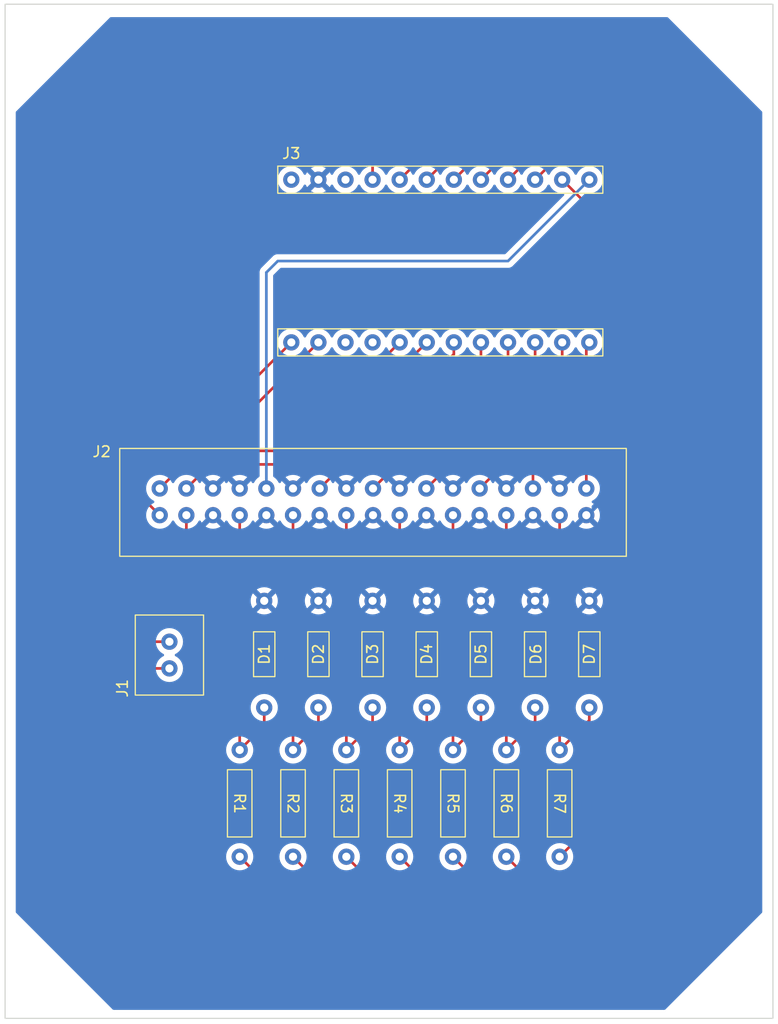
<source format=kicad_pcb>
(kicad_pcb (version 20211014) (generator pcbnew)
  (layers (0 "F.Cu" signal) (31 "B.Cu" signal) (34 "B.Paste" user) (35 "F.Paste" user) (36 "B.SilkS" user "B.Silkscreen") (37 "F.SilkS" user "F.Silkscreen") (38 "B.Mask" user) (39 "F.Mask" user) (44 "Edge.Cuts" user))
  (net 0 "")
  (net 1 "Net-(D1-Pad1)")
  (net 2 "GND")
  (net 3 "Net-(D2-Pad1)")
  (net 4 "Net-(D3-Pad1)")
  (net 5 "Net-(D4-Pad1)")
  (net 6 "Net-(D5-Pad1)")
  (net 7 "Net-(D6-Pad1)")
  (net 8 "Net-(D7-Pad1)")
  (net 9 "Net-(J1-Pad1)")
  (net 10 "Net-(J2-Pad1)")
  (net 11 "Net-(J2-Pad5)")
  (net 12 "Net-(J2-Pad7)")
  (net 13 "Net-(J2-Pad9)")
  (net 14 "Net-(J2-Pad11)")
  (net 15 "Net-(J2-Pad13)")
  (net 16 "Net-(J2-Pad15)")
  (net 17 "Net-(J2-Pad17)")
  (net 18 "Net-(J2-Pad19)")
  (net 21 "Net-(J3-Pad5)")
  (net 22 "Net-(J3-Pad6)")
  (net 23 "Net-(J3-Pad7)")
  (net 24 "Net-(J3-Pad8)")
  (net 25 "Net-(J3-Pad9)")
  (net 26 "Net-(J3-Pad10)")
  (net 27 "Net-(J3-Pad11)")
  (net 30 "Net-(J3-Pad14)")
  (net 31 "Net-(J3-Pad18)")
  (footprint "Original:BZX55C5V1" (layer "F.Cu") (at 192.46 110.807964 90)
    (fp_text reference "D3" (at 0 0 90 unlocked) (layer "F.SilkS"))
    (fp_text value "D_Zener" hide)
    (fp_rect (start -2.1 -1) (end 2.1 1) (layer "F.SilkS") (width 0.12) (fill none))
    (pad "1" thru_hole circle (at -5 0 90) (size 1.524 1.524) (drill 0.762) (layers *.Cu *.Mask) (net 4 "Net-(D3-Pad1)"))
    (pad "2" thru_hole circle (at 5 0 90) (size 1.524 1.524) (drill 0.762) (layers *.Cu *.Mask) (net 2 "GND"))
  )
  (footprint "Original:B02B-XASK-1N" (layer "F.Cu") (at 173.41 110.887964 90)
    (fp_text reference "J1" (at -3.112036 -4.41 90 unlocked) (layer "F.SilkS"))
    (fp_text value "Conn_01x02_Male" hide)
    (fp_rect (start 3.75 3.2) (end -3.75 -3.2) (layer "F.SilkS") (width 0.12) (fill none))
    (pad "1" thru_hole circle (at -1.25 0 90) (size 1.524 1.524) (drill 0.762) (layers *.Cu *.Mask) (net 9 "Net-(J1-Pad1)"))
    (pad "2" thru_hole circle (at 1.25 0 90) (size 1.524 1.524) (drill 0.762) (layers *.Cu *.Mask) (net 9 "Net-(J1-Pad1)"))
  )
  (footprint "MountingHole:MountingHole_3.2mm_M3" (layer "F.Cu") (at 161 53)
    (fp_text reference "REF**" hide)
    (fp_text value "MountingHole_3.2mm_M3" hide)
    (pad "" np_thru_hole circle (at 0 0) (size 3.2 3.2) (drill 3.2) (layers *.Cu *.Mask))
  )
  (footprint "Original:CF25J68RB" (layer "F.Cu") (at 190 124.777964 -90)
    (fp_text reference "R3" (at 0 0 -90 unlocked) (layer "F.SilkS"))
    (fp_text value "R" hide)
    (fp_rect (start 3.15 1.15) (end -3.15 -1.15) (layer "F.SilkS") (width 0.12) (fill none))
    (pad "1" thru_hole circle (at -5 0 270) (size 1.524 1.524) (drill 0.762) (layers *.Cu *.Mask) (net 4 "Net-(D3-Pad1)"))
    (pad "2" thru_hole circle (at 5 0 270) (size 1.524 1.524) (drill 0.762) (layers *.Cu *.Mask) (net 23 "Net-(J3-Pad7)"))
  )
  (footprint "Original:CF25J68RB" (layer "F.Cu") (at 210 124.777964 -90)
    (fp_text reference "R7" (at 0 0 -90 unlocked) (layer "F.SilkS"))
    (fp_text value "R" hide)
    (fp_rect (start 3.15 1.15) (end -3.15 -1.15) (layer "F.SilkS") (width 0.12) (fill none))
    (pad "1" thru_hole circle (at -5 0 270) (size 1.524 1.524) (drill 0.762) (layers *.Cu *.Mask) (net 8 "Net-(D7-Pad1)"))
    (pad "2" thru_hole circle (at 5 0 270) (size 1.524 1.524) (drill 0.762) (layers *.Cu *.Mask) (net 27 "Net-(J3-Pad11)"))
  )
  (footprint "Original:CF25J68RB" (layer "F.Cu") (at 185 124.777964 -90)
    (fp_text reference "R2" (at 0 0 -90 unlocked) (layer "F.SilkS"))
    (fp_text value "R" hide)
    (fp_rect (start 3.15 1.15) (end -3.15 -1.15) (layer "F.SilkS") (width 0.12) (fill none))
    (pad "1" thru_hole circle (at -5 0 270) (size 1.524 1.524) (drill 0.762) (layers *.Cu *.Mask) (net 3 "Net-(D2-Pad1)"))
    (pad "2" thru_hole circle (at 5 0 270) (size 1.524 1.524) (drill 0.762) (layers *.Cu *.Mask) (net 22 "Net-(J3-Pad6)"))
  )
  (footprint "Original:CF25J68RB" (layer "F.Cu") (at 180 124.777964 -90)
    (fp_text reference "R1" (at 0 0 -90 unlocked) (layer "F.SilkS"))
    (fp_text value "R" hide)
    (fp_rect (start 3.15 1.15) (end -3.15 -1.15) (layer "F.SilkS") (width 0.12) (fill none))
    (pad "1" thru_hole circle (at -5 0 270) (size 1.524 1.524) (drill 0.762) (layers *.Cu *.Mask) (net 1 "Net-(D1-Pad1)"))
    (pad "2" thru_hole circle (at 5 0 270) (size 1.524 1.524) (drill 0.762) (layers *.Cu *.Mask) (net 21 "Net-(J3-Pad5)"))
  )
  (footprint "Original:BZX55C5V1" (layer "F.Cu") (at 197.54 110.807964 90)
    (fp_text reference "D4" (at 0 0 90 unlocked) (layer "F.SilkS"))
    (fp_text value "D_Zener" hide)
    (fp_rect (start -2.1 -1) (end 2.1 1) (layer "F.SilkS") (width 0.12) (fill none))
    (pad "1" thru_hole circle (at -5 0 90) (size 1.524 1.524) (drill 0.762) (layers *.Cu *.Mask) (net 5 "Net-(D4-Pad1)"))
    (pad "2" thru_hole circle (at 5 0 90) (size 1.524 1.524) (drill 0.762) (layers *.Cu *.Mask) (net 2 "GND"))
  )
  (footprint "Original:BZX55C5V1" (layer "F.Cu") (at 207.7 110.807964 90)
    (fp_text reference "D6" (at 0 0.074 90 unlocked) (layer "F.SilkS"))
    (fp_text value "D_Zener" hide)
    (fp_rect (start -2.1 -1) (end 2.1 1) (layer "F.SilkS") (width 0.12) (fill none))
    (pad "1" thru_hole circle (at -5 0 90) (size 1.524 1.524) (drill 0.762) (layers *.Cu *.Mask) (net 7 "Net-(D6-Pad1)"))
    (pad "2" thru_hole circle (at 5 0 90) (size 1.524 1.524) (drill 0.762) (layers *.Cu *.Mask) (net 2 "GND"))
  )
  (footprint "Original:CF25J68RB" (layer "F.Cu") (at 195 124.777964 -90)
    (fp_text reference "R4" (at 0 0 -90 unlocked) (layer "F.SilkS"))
    (fp_text value "R" hide)
    (fp_rect (start 3.15 1.15) (end -3.15 -1.15) (layer "F.SilkS") (width 0.12) (fill none))
    (pad "1" thru_hole circle (at -5 0 270) (size 1.524 1.524) (drill 0.762) (layers *.Cu *.Mask) (net 5 "Net-(D4-Pad1)"))
    (pad "2" thru_hole circle (at 5 0 270) (size 1.524 1.524) (drill 0.762) (layers *.Cu *.Mask) (net 24 "Net-(J3-Pad8)"))
  )
  (footprint "Original:CF25J68RB" (layer "F.Cu") (at 205 124.777964 -90)
    (fp_text reference "R6" (at 0 0 -90 unlocked) (layer "F.SilkS"))
    (fp_text value "R" hide)
    (fp_rect (start 3.15 1.15) (end -3.15 -1.15) (layer "F.SilkS") (width 0.12) (fill none))
    (pad "1" thru_hole circle (at -5 0 270) (size 1.524 1.524) (drill 0.762) (layers *.Cu *.Mask) (net 7 "Net-(D6-Pad1)"))
    (pad "2" thru_hole circle (at 5 0 270) (size 1.524 1.524) (drill 0.762) (layers *.Cu *.Mask) (net 26 "Net-(J3-Pad10)"))
  )
  (footprint "Original:BZX55C5V1" (layer "F.Cu") (at 202.62 110.807964 90)
    (fp_text reference "D5" (at 0 0 90 unlocked) (layer "F.SilkS"))
    (fp_text value "D_Zener" hide)
    (fp_rect (start -2.1 -1) (end 2.1 1) (layer "F.SilkS") (width 0.12) (fill none))
    (pad "1" thru_hole circle (at -5 0 90) (size 1.524 1.524) (drill 0.762) (layers *.Cu *.Mask) (net 6 "Net-(D5-Pad1)"))
    (pad "2" thru_hole circle (at 5 0 90) (size 1.524 1.524) (drill 0.762) (layers *.Cu *.Mask) (net 2 "GND"))
  )
  (footprint "MountingHole:MountingHole_3.2mm_M3" (layer "F.Cu") (at 227 53)
    (fp_text reference "REF**1" hide)
    (fp_text value "MountingHole_3.2mm_M3" hide)
    (pad "" np_thru_hole circle (at 0 0) (size 3.2 3.2) (drill 3.2) (layers *.Cu *.Mask))
  )
  (footprint "Original:B34B-XASDSS-N" (layer "F.Cu") (at 192.5 96.583964)
    (fp_text reference "J2" (at -25.44 -4.746 unlocked) (layer "F.SilkS"))
    (fp_text value "Conn_02x17_Top_Bottom" hide)
    (fp_rect (start 23.75 5.05) (end -23.75 -5.05) (layer "F.SilkS") (width 0.12) (fill none))
    (pad "1" thru_hole circle (at -20 -1.3) (size 1.524 1.524) (drill 0.762) (layers *.Cu *.Mask) (net 10 "Net-(J2-Pad1)"))
    (pad "2" thru_hole circle (at -17.5 -1.3) (size 1.524 1.524) (drill 0.762) (layers *.Cu *.Mask) (net 31 "Net-(J3-Pad18)"))
    (pad "3" thru_hole circle (at -15 -1.3) (size 1.524 1.524) (drill 0.762) (layers *.Cu *.Mask) (net 2 "GND"))
    (pad "4" thru_hole circle (at -12.5 -1.3) (size 1.524 1.524) (drill 0.762) (layers *.Cu *.Mask) (net 2 "GND"))
    (pad "5" thru_hole circle (at -10 -1.3) (size 1.524 1.524) (drill 0.762) (layers *.Cu *.Mask) (net 11 "Net-(J2-Pad5)"))
    (pad "6" thru_hole circle (at -7.5 -1.3) (size 1.524 1.524) (drill 0.762) (layers *.Cu *.Mask) (net 2 "GND"))
    (pad "7" thru_hole circle (at -5 -1.3) (size 1.524 1.524) (drill 0.762) (layers *.Cu *.Mask) (net 12 "Net-(J2-Pad7)"))
    (pad "8" thru_hole circle (at -2.5 -1.3) (size 1.524 1.524) (drill 0.762) (layers *.Cu *.Mask) (net 2 "GND"))
    (pad "9" thru_hole circle (at 0 -1.3) (size 1.524 1.524) (drill 0.762) (layers *.Cu *.Mask) (net 13 "Net-(J2-Pad9)"))
    (pad "10" thru_hole circle (at 2.5 -1.3) (size 1.524 1.524) (drill 0.762) (layers *.Cu *.Mask) (net 2 "GND"))
    (pad "11" thru_hole circle (at 5 -1.3) (size 1.524 1.524) (drill 0.762) (layers *.Cu *.Mask) (net 14 "Net-(J2-Pad11)"))
    (pad "12" thru_hole circle (at 7.5 -1.3) (size 1.524 1.524) (drill 0.762) (layers *.Cu *.Mask) (net 2 "GND"))
    (pad "13" thru_hole circle (at 10 -1.3) (size 1.524 1.524) (drill 0.762) (layers *.Cu *.Mask) (net 15 "Net-(J2-Pad13)"))
    (pad "14" thru_hole circle (at 12.5 -1.3) (size 1.524 1.524) (drill 0.762) (layers *.Cu *.Mask) (net 2 "GND"))
    (pad "15" thru_hole circle (at 15 -1.3) (size 1.524 1.524) (drill 0.762) (layers *.Cu *.Mask) (net 16 "Net-(J2-Pad15)"))
    (pad "16" thru_hole circle (at 17.5 -1.3) (size 1.524 1.524) (drill 0.762) (layers *.Cu *.Mask) (net 2 "GND"))
    (pad "17" thru_hole circle (at 20 -1.3) (size 1.524 1.524) (drill 0.762) (layers *.Cu *.Mask) (net 17 "Net-(J2-Pad17)"))
    (pad "18" thru_hole circle (at -20 1.2) (size 1.524 1.524) (drill 0.762) (layers *.Cu *.Mask) (net 30 "Net-(J3-Pad14)"))
    (pad "19" thru_hole circle (at -17.5 1.2) (size 1.524 1.524) (drill 0.762) (layers *.Cu *.Mask) (net 18 "Net-(J2-Pad19)"))
    (pad "20" thru_hole circle (at -15 1.2) (size 1.524 1.524) (drill 0.762) (layers *.Cu *.Mask) (net 2 "GND"))
    (pad "21" thru_hole circle (at -12.5 1.2) (size 1.524 1.524) (drill 0.762) (layers *.Cu *.Mask) (net 1 "Net-(D1-Pad1)"))
    (pad "22" thru_hole circle (at -10 1.2) (size 1.524 1.524) (drill 0.762) (layers *.Cu *.Mask) (net 2 "GND"))
    (pad "23" thru_hole circle (at -7.5 1.2) (size 1.524 1.524) (drill 0.762) (layers *.Cu *.Mask) (net 3 "Net-(D2-Pad1)"))
    (pad "24" thru_hole circle (at -5 1.2) (size 1.524 1.524) (drill 0.762) (layers *.Cu *.Mask) (net 2 "GND"))
    (pad "25" thru_hole circle (at -2.5 1.2) (size 1.524 1.524) (drill 0.762) (layers *.Cu *.Mask) (net 4 "Net-(D3-Pad1)"))
    (pad "26" thru_hole circle (at 0 1.2) (size 1.524 1.524) (drill 0.762) (layers *.Cu *.Mask) (net 2 "GND"))
    (pad "27" thru_hole circle (at 2.5 1.2) (size 1.524 1.524) (drill 0.762) (layers *.Cu *.Mask) (net 5 "Net-(D4-Pad1)"))
    (pad "28" thru_hole circle (at 5 1.2) (size 1.524 1.524) (drill 0.762) (layers *.Cu *.Mask) (net 2 "GND"))
    (pad "29" thru_hole circle (at 7.5 1.2) (size 1.524 1.524) (drill 0.762) (layers *.Cu *.Mask) (net 6 "Net-(D5-Pad1)"))
    (pad "30" thru_hole circle (at 10 1.2) (size 1.524 1.524) (drill 0.762) (layers *.Cu *.Mask) (net 2 "GND"))
    (pad "31" thru_hole circle (at 12.5 1.2) (size 1.524 1.524) (drill 0.762) (layers *.Cu *.Mask) (net 7 "Net-(D6-Pad1)"))
    (pad "32" thru_hole circle (at 15 1.2) (size 1.524 1.524) (drill 0.762) (layers *.Cu *.Mask) (net 2 "GND"))
    (pad "33" thru_hole circle (at 17.5 1.2) (size 1.524 1.524) (drill 0.762) (layers *.Cu *.Mask) (net 8 "Net-(D7-Pad1)"))
    (pad "34" thru_hole circle (at 20 1.2) (size 1.524 1.524) (drill 0.762) (layers *.Cu *.Mask) (net 2 "GND"))
  )
  (footprint "MountingHole:MountingHole_3.2mm_M3" (layer "F.Cu") (at 161 142)
    (fp_text reference "REF**2" hide)
    (fp_text value "MountingHole_3.2mm_M3" hide)
    (pad "" np_thru_hole circle (at 0 0) (size 3.2 3.2) (drill 3.2) (layers *.Cu *.Mask))
  )
  (footprint "Original:BZX55C5V1" (layer "F.Cu") (at 187.38 110.807964 90)
    (fp_text reference "D2" (at 0 0 90 unlocked) (layer "F.SilkS"))
    (fp_text value "D_Zener" hide)
    (fp_rect (start -2.1 -1) (end 2.1 1) (layer "F.SilkS") (width 0.12) (fill none))
    (pad "1" thru_hole circle (at -5 0 90) (size 1.524 1.524) (drill 0.762) (layers *.Cu *.Mask) (net 3 "Net-(D2-Pad1)"))
    (pad "2" thru_hole circle (at 5 0 90) (size 1.524 1.524) (drill 0.762) (layers *.Cu *.Mask) (net 2 "GND"))
  )
  (footprint "Original:BZX55C5V1" (layer "F.Cu") (at 212.78 110.807964 90)
    (fp_text reference "D7" (at 0 0 90 unlocked) (layer "F.SilkS"))
    (fp_text value "D_Zener" hide)
    (fp_rect (start -2.1 -1) (end 2.1 1) (layer "F.SilkS") (width 0.12) (fill none))
    (pad "1" thru_hole circle (at -5 0 90) (size 1.524 1.524) (drill 0.762) (layers *.Cu *.Mask) (net 8 "Net-(D7-Pad1)"))
    (pad "2" thru_hole circle (at 5 0 90) (size 1.524 1.524) (drill 0.762) (layers *.Cu *.Mask) (net 2 "GND"))
  )
  (footprint "Original:ProMicro_Connector" (layer "F.Cu") (at 197.54 73.977964)
    (fp_text reference "J3" (at -12.7 -10.08 unlocked) (layer "F.SilkS"))
    (fp_text value "Conn_02x12_Top_Bottom" hide)
    (fp_rect (start -13.97 6.35) (end 16.51 8.89) (layer "F.SilkS") (width 0.12) (fill none))
    (fp_rect (start -13.97 -8.89) (end 16.51 -6.35) (layer "F.SilkS") (width 0.12) (fill none))
    (pad "1" thru_hole circle (at -12.7 -7.62) (size 1.524 1.524) (drill 0.762) (layers *.Cu *.Mask))
    (pad "2" thru_hole circle (at -10.16 -7.62) (size 1.524 1.524) (drill 0.762) (layers *.Cu *.Mask) (net 2 "GND"))
    (pad "3" thru_hole circle (at -7.62 -7.62) (size 1.524 1.524) (drill 0.762) (layers *.Cu *.Mask))
    (pad "4" thru_hole circle (at -5.08 -7.62) (size 1.524 1.524) (drill 0.762) (layers *.Cu *.Mask) (net 9 "Net-(J1-Pad1)"))
    (pad "5" thru_hole circle (at -2.54 -7.62) (size 1.524 1.524) (drill 0.762) (layers *.Cu *.Mask) (net 21 "Net-(J3-Pad5)"))
    (pad "6" thru_hole circle (at 0 -7.62) (size 1.524 1.524) (drill 0.762) (layers *.Cu *.Mask) (net 22 "Net-(J3-Pad6)"))
    (pad "7" thru_hole circle (at 2.54 -7.62) (size 1.524 1.524) (drill 0.762) (layers *.Cu *.Mask) (net 23 "Net-(J3-Pad7)"))
    (pad "8" thru_hole circle (at 5.08 -7.62) (size 1.524 1.524) (drill 0.762) (layers *.Cu *.Mask) (net 24 "Net-(J3-Pad8)"))
    (pad "9" thru_hole circle (at 7.62 -7.62) (size 1.524 1.524) (drill 0.762) (layers *.Cu *.Mask) (net 25 "Net-(J3-Pad9)"))
    (pad "10" thru_hole circle (at 10.16 -7.62) (size 1.524 1.524) (drill 0.762) (layers *.Cu *.Mask) (net 26 "Net-(J3-Pad10)"))
    (pad "11" thru_hole circle (at 12.7 -7.62) (size 1.524 1.524) (drill 0.762) (layers *.Cu *.Mask) (net 27 "Net-(J3-Pad11)"))
    (pad "12" thru_hole circle (at 15.24 -7.62) (size 1.524 1.524) (drill 0.762) (layers *.Cu *.Mask) (net 11 "Net-(J2-Pad5)"))
    (pad "13" thru_hole circle (at -12.7 7.62) (size 1.524 1.524) (drill 0.762) (layers *.Cu *.Mask) (net 18 "Net-(J2-Pad19)"))
    (pad "14" thru_hole circle (at -10.16 7.62) (size 1.524 1.524) (drill 0.762) (layers *.Cu *.Mask) (net 30 "Net-(J3-Pad14)"))
    (pad "15" thru_hole circle (at -7.62 7.62) (size 1.524 1.524) (drill 0.762) (layers *.Cu *.Mask))
    (pad "16" thru_hole circle (at -5.08 7.62) (size 1.524 1.524) (drill 0.762) (layers *.Cu *.Mask))
    (pad "17" thru_hole circle (at -2.54 7.62) (size 1.524 1.524) (drill 0.762) (layers *.Cu *.Mask) (net 10 "Net-(J2-Pad1)"))
    (pad "18" thru_hole circle (at 0 7.62) (size 1.524 1.524) (drill 0.762) (layers *.Cu *.Mask) (net 31 "Net-(J3-Pad18)"))
    (pad "19" thru_hole circle (at 2.54 7.62) (size 1.524 1.524) (drill 0.762) (layers *.Cu *.Mask) (net 12 "Net-(J2-Pad7)"))
    (pad "20" thru_hole circle (at 5.08 7.62) (size 1.524 1.524) (drill 0.762) (layers *.Cu *.Mask) (net 13 "Net-(J2-Pad9)"))
    (pad "21" thru_hole circle (at 7.62 7.62) (size 1.524 1.524) (drill 0.762) (layers *.Cu *.Mask) (net 14 "Net-(J2-Pad11)"))
    (pad "22" thru_hole circle (at 10.16 7.62) (size 1.524 1.524) (drill 0.762) (layers *.Cu *.Mask) (net 15 "Net-(J2-Pad13)"))
    (pad "23" thru_hole circle (at 12.7 7.62) (size 1.524 1.524) (drill 0.762) (layers *.Cu *.Mask) (net 16 "Net-(J2-Pad15)"))
    (pad "24" thru_hole circle (at 15.24 7.62) (size 1.524 1.524) (drill 0.762) (layers *.Cu *.Mask) (net 17 "Net-(J2-Pad17)"))
  )
  (footprint "MountingHole:MountingHole_3.2mm_M3" (layer "F.Cu") (at 227 142)
    (fp_text reference "REF**3" hide)
    (fp_text value "MountingHole_3.2mm_M3" hide)
    (pad "" np_thru_hole circle (at 0 0) (size 3.2 3.2) (drill 3.2) (layers *.Cu *.Mask))
  )
  (footprint "Original:CF25J68RB" (layer "F.Cu") (at 200 124.777964 -90)
    (fp_text reference "R5" (at 0 0 -90 unlocked) (layer "F.SilkS"))
    (fp_text value "R" hide)
    (fp_rect (start 3.15 1.15) (end -3.15 -1.15) (layer "F.SilkS") (width 0.12) (fill none))
    (pad "1" thru_hole circle (at -5 0 270) (size 1.524 1.524) (drill 0.762) (layers *.Cu *.Mask) (net 6 "Net-(D5-Pad1)"))
    (pad "2" thru_hole circle (at 5 0 270) (size 1.524 1.524) (drill 0.762) (layers *.Cu *.Mask) (net 25 "Net-(J3-Pad9)"))
  )
  (footprint "Original:BZX55C5V1" (layer "F.Cu") (at 182.3 110.807964 90)
    (fp_text reference "D1" (at 0 0 90 unlocked) (layer "F.SilkS"))
    (fp_text value "D_Zener" hide)
    (fp_rect (start -2.1 -1) (end 2.1 1) (layer "F.SilkS") (width 0.12) (fill none))
    (pad "1" thru_hole circle (at -5 0 90) (size 1.524 1.524) (drill 0.762) (layers *.Cu *.Mask) (net 1 "Net-(D1-Pad1)"))
    (pad "2" thru_hole circle (at 5 0 90) (size 1.524 1.524) (drill 0.762) (layers *.Cu *.Mask) (net 2 "GND"))
  )
  (gr_rect (start 230 49.917964) (end 158 144.917964) (layer "Edge.Cuts") (width 0.1) (fill none))
  (segment (start 182.3 115.807964) (end 182.3 117.477964) (width 0.25) (layer "F.Cu") (net 1))
  (segment (start 180 119.777964) (end 180 97.783964) (width 0.25) (layer "F.Cu") (net 1))
  (segment (start 182.3 117.477964) (end 180 119.777964) (width 0.25) (layer "F.Cu") (net 1))
  (segment (start 187.38 117.397964) (end 185 119.777964) (width 0.25) (layer "F.Cu") (net 3))
  (segment (start 185 119.777964) (end 185 97.783964) (width 0.25) (layer "F.Cu") (net 3))
  (segment (start 187.38 115.807964) (end 187.38 117.397964) (width 0.25) (layer "F.Cu") (net 3))
  (segment (start 190 119.777964) (end 190 97.783964) (width 0.25) (layer "F.Cu") (net 4))
  (segment (start 192.46 117.317964) (end 190 119.777964) (width 0.25) (layer "F.Cu") (net 4))
  (segment (start 192.46 115.807964) (end 192.46 117.317964) (width 0.25) (layer "F.Cu") (net 4))
  (segment (start 197.54 115.807964) (end 197.54 117.237964) (width 0.25) (layer "F.Cu") (net 5))
  (segment (start 197.54 117.237964) (end 195 119.777964) (width 0.25) (layer "F.Cu") (net 5))
  (segment (start 195 119.777964) (end 195 97.783964) (width 0.25) (layer "F.Cu") (net 5))
  (segment (start 202.62 115.807964) (end 202.62 117.157964) (width 0.25) (layer "F.Cu") (net 6))
  (segment (start 202.62 117.157964) (end 200 119.777964) (width 0.25) (layer "F.Cu") (net 6))
  (segment (start 200 119.777964) (end 200 97.783964) (width 0.25) (layer "F.Cu") (net 6))
  (segment (start 207.7 115.807964) (end 207.7 117.077964) (width 0.25) (layer "F.Cu") (net 7))
  (segment (start 205 119.777964) (end 205 97.783964) (width 0.25) (layer "F.Cu") (net 7))
  (segment (start 207.7 117.077964) (end 205 119.777964) (width 0.25) (layer "F.Cu") (net 7))
  (segment (start 210 119.777964) (end 210 97.783964) (width 0.25) (layer "F.Cu") (net 8))
  (segment (start 212.78 116.997964) (end 210 119.777964) (width 0.25) (layer "F.Cu") (net 8))
  (segment (start 212.78 115.807964) (end 212.78 116.997964) (width 0.25) (layer "F.Cu") (net 8))
  (segment (start 168.33 109.617964) (end 164.52 105.807964) (width 0.25) (layer "F.Cu") (net 9))
  (segment (start 170.85 112.137964) (end 168.33 109.617964) (width 0.25) (layer "F.Cu") (net 9))
  (segment (start 192.46 60.087964) (end 192.46 66.357964) (width 0.25) (layer "F.Cu") (net 9))
  (segment (start 168.35 109.637964) (end 168.33 109.617964) (width 0.25) (layer "F.Cu") (net 9))
  (segment (start 189.92 57.547964) (end 192.46 60.087964) (width 0.25) (layer "F.Cu") (net 9))
  (segment (start 173.41 109.637964) (end 168.35 109.637964) (width 0.25) (layer "F.Cu") (net 9))
  (segment (start 164.52 61.357964) (end 168.33 57.547964) (width 0.25) (layer "F.Cu") (net 9))
  (segment (start 173.41 112.137964) (end 170.85 112.137964) (width 0.25) (layer "F.Cu") (net 9))
  (segment (start 168.33 57.547964) (end 189.92 57.547964) (width 0.25) (layer "F.Cu") (net 9))
  (segment (start 164.52 105.807964) (end 164.52 61.357964) (width 0.25) (layer "F.Cu") (net 9))
  (segment (start 184.84 91.757964) (end 195 81.597964) (width 0.25) (layer "F.Cu") (net 10))
  (segment (start 172.5 95.283964) (end 175.95 91.833964) (width 0.25) (layer "F.Cu") (net 10))
  (segment (start 175.95 91.757964) (end 184.84 91.757964) (width 0.25) (layer "F.Cu") (net 10))
  (segment (start 175.95 91.833964) (end 175.95 91.757964) (width 0.25) (layer "F.Cu") (net 10))
  (segment (start 205.16 73.977964) (end 183.57 73.977964) (width 0.25) (layer "B.Cu") (net 11))
  (segment (start 182.5 75.047964) (end 182.5 95.283964) (width 0.25) (layer "B.Cu") (net 11))
  (segment (start 183.57 73.977964) (end 182.5 75.047964) (width 0.25) (layer "B.Cu") (net 11))
  (segment (start 212.78 66.357964) (end 205.16 73.977964) (width 0.25) (layer "B.Cu") (net 11))
  (segment (start 200.08 82.703964) (end 187.5 95.283964) (width 0.25) (layer "F.Cu") (net 12))
  (segment (start 200.08 81.597964) (end 200.08 82.703964) (width 0.25) (layer "F.Cu") (net 12))
  (segment (start 202.62 85.163964) (end 202.62 81.597964) (width 0.25) (layer "F.Cu") (net 13))
  (segment (start 192.5 95.283964) (end 202.62 85.163964) (width 0.25) (layer "F.Cu") (net 13))
  (segment (start 197.5 95.283964) (end 205.16 87.623964) (width 0.25) (layer "F.Cu") (net 14))
  (segment (start 205.16 87.623964) (end 205.16 81.597964) (width 0.25) (layer "F.Cu") (net 14))
  (segment (start 207.7 90.083964) (end 207.7 81.597964) (width 0.25) (layer "F.Cu") (net 15))
  (segment (start 202.5 95.283964) (end 207.7 90.083964) (width 0.25) (layer "F.Cu") (net 15))
  (segment (start 207.5 93.227964) (end 210.24 90.487964) (width 0.25) (layer "F.Cu") (net 16))
  (segment (start 207.5 95.283964) (end 207.5 93.227964) (width 0.25) (layer "F.Cu") (net 16))
  (segment (start 210.24 90.487964) (end 210.24 81.597964) (width 0.25) (layer "F.Cu") (net 16))
  (segment (start 212.5 81.877964) (end 212.78 81.597964) (width 0.25) (layer "F.Cu") (net 17))
  (segment (start 212.5 95.283964) (end 212.5 81.877964) (width 0.25) (layer "F.Cu") (net 17))
  (segment (start 173.41 87.947964) (end 178.49 87.947964) (width 0.25) (layer "F.Cu") (net 18))
  (segment (start 170.87 100.647964) (end 169.6 99.377964) (width 0.25) (layer "F.Cu") (net 18))
  (segment (start 175 99.057964) (end 173.41 100.647964) (width 0.25) (layer "F.Cu") (net 18))
  (segment (start 178.49 87.947964) (end 184.84 81.597964) (width 0.25) (layer "F.Cu") (net 18))
  (segment (start 175 97.783964) (end 175 99.057964) (width 0.25) (layer "F.Cu") (net 18))
  (segment (start 169.6 91.757964) (end 173.41 87.947964) (width 0.25) (layer "F.Cu") (net 18))
  (segment (start 169.6 99.377964) (end 169.6 91.757964) (width 0.25) (layer "F.Cu") (net 18))
  (segment (start 173.41 100.647964) (end 170.87 100.647964) (width 0.25) (layer "F.Cu") (net 18))
  (segment (start 220.4 57.547964) (end 203.81 57.547964) (width 0.25) (layer "F.Cu") (net 21))
  (segment (start 203.81 57.547964) (end 195 66.357964) (width 0.25) (layer "F.Cu") (net 21))
  (segment (start 216.59 138.827964) (end 222.94 132.477964) (width 0.25) (layer "F.Cu") (net 21))
  (segment (start 222.94 60.087964) (end 220.4 57.547964) (width 0.25) (layer "F.Cu") (net 21))
  (segment (start 189.05 138.827964) (end 216.59 138.827964) (width 0.25) (layer "F.Cu") (net 21))
  (segment (start 180 129.777964) (end 189.05 138.827964) (width 0.25) (layer "F.Cu") (net 21))
  (segment (start 222.94 132.477964) (end 222.94 60.087964) (width 0.25) (layer "F.Cu") (net 21))
  (segment (start 185 129.777964) (end 192.78 137.557964) (width 0.25) (layer "F.Cu") (net 22))
  (segment (start 215.32 137.557964) (end 221.67 131.207964) (width 0.25) (layer "F.Cu") (net 22))
  (segment (start 205.08 58.817964) (end 197.54 66.357964) (width 0.25) (layer "F.Cu") (net 22))
  (segment (start 221.67 61.357964) (end 219.13 58.817964) (width 0.25) (layer "F.Cu") (net 22))
  (segment (start 221.67 131.207964) (end 221.67 61.357964) (width 0.25) (layer "F.Cu") (net 22))
  (segment (start 219.13 58.817964) (end 205.08 58.817964) (width 0.25) (layer "F.Cu") (net 22))
  (segment (start 192.78 137.557964) (end 215.32 137.557964) (width 0.25) (layer "F.Cu") (net 22))
  (segment (start 190 129.777964) (end 196.51 136.287964) (width 0.25) (layer "F.Cu") (net 23))
  (segment (start 196.51 136.287964) (end 214.05 136.287964) (width 0.25) (layer "F.Cu") (net 23))
  (segment (start 217.86 60.087964) (end 206.35 60.087964) (width 0.25) (layer "F.Cu") (net 23))
  (segment (start 220.4 62.627964) (end 217.86 60.087964) (width 0.25) (layer "F.Cu") (net 23))
  (segment (start 214.05 136.287964) (end 220.4 129.937964) (width 0.25) (layer "F.Cu") (net 23))
  (segment (start 220.4 129.937964) (end 220.4 62.627964) (width 0.25) (layer "F.Cu") (net 23))
  (segment (start 206.35 60.087964) (end 200.08 66.357964) (width 0.25) (layer "F.Cu") (net 23))
  (segment (start 207.62 61.357964) (end 202.62 66.357964) (width 0.25) (layer "F.Cu") (net 24))
  (segment (start 200.08 135.017964) (end 212.78 135.017964) (width 0.25) (layer "F.Cu") (net 24))
  (segment (start 219.13 63.897964) (end 216.59 61.357964) (width 0.25) (layer "F.Cu") (net 24))
  (segment (start 219.13 128.667964) (end 219.13 63.897964) (width 0.25) (layer "F.Cu") (net 24))
  (segment (start 216.59 61.357964) (end 207.62 61.357964) (width 0.25) (layer "F.Cu") (net 24))
  (segment (start 200.08 134.857964) (end 200.08 135.017964) (width 0.25) (layer "F.Cu") (net 24))
  (segment (start 212.78 135.017964) (end 219.13 128.667964) (width 0.25) (layer "F.Cu") (net 24))
  (segment (start 195 129.777964) (end 200.08 134.857964) (width 0.25) (layer "F.Cu") (net 24))
  (segment (start 208.97 62.547964) (end 215.32 62.547964) (width 0.25) (layer "F.Cu") (net 25))
  (segment (start 203.89 133.667964) (end 200 129.777964) (width 0.25) (layer "F.Cu") (net 25))
  (segment (start 205.16 66.357964) (end 208.97 62.547964) (width 0.25) (layer "F.Cu") (net 25))
  (segment (start 215.32 62.547964) (end 217.86 65.087964) (width 0.25) (layer "F.Cu") (net 25))
  (segment (start 217.86 65.087964) (end 217.86 127.317964) (width 0.25) (layer "F.Cu") (net 25))
  (segment (start 217.86 127.317964) (end 211.51 133.667964) (width 0.25) (layer "F.Cu") (net 25))
  (segment (start 211.51 133.667964) (end 203.89 133.667964) (width 0.25) (layer "F.Cu") (net 25))
  (segment (start 214.05 63.817964) (end 210.24 63.817964) (width 0.25) (layer "F.Cu") (net 26))
  (segment (start 207.62 132.397964) (end 210.24 132.397964) (width 0.25) (layer "F.Cu") (net 26))
  (segment (start 205 129.777964) (end 207.62 132.397964) (width 0.25) (layer "F.Cu") (net 26))
  (segment (start 216.59 66.357964) (end 214.05 63.817964) (width 0.25) (layer "F.Cu") (net 26))
  (segment (start 210.24 132.397964) (end 216.59 126.047964) (width 0.25) (layer "F.Cu") (net 26))
  (segment (start 216.59 126.047964) (end 216.59 66.357964) (width 0.25) (layer "F.Cu") (net 26))
  (segment (start 210.24 63.817964) (end 207.7 66.357964) (width 0.25) (layer "F.Cu") (net 26))
  (segment (start 215.32 124.457964) (end 210 129.777964) (width 0.25) (layer "F.Cu") (net 27))
  (segment (start 210.24 66.357964) (end 215.32 71.437964) (width 0.25) (layer "F.Cu") (net 27))
  (segment (start 215.32 71.437964) (end 215.32 124.457964) (width 0.25) (layer "F.Cu") (net 27))
  (segment (start 170.87 93.027964) (end 174.68 89.217964) (width 0.25) (layer "F.Cu") (net 30))
  (segment (start 174.68 89.217964) (end 179.76 89.217964) (width 0.25) (layer "F.Cu") (net 30))
  (segment (start 179.76 89.217964) (end 187.38 81.597964) (width 0.25) (layer "F.Cu") (net 30))
  (segment (start 172.5 97.783964) (end 170.87 96.153964) (width 0.25) (layer "F.Cu") (net 30))
  (segment (start 170.87 96.153964) (end 170.87 93.027964) (width 0.25) (layer "F.Cu") (net 30))
  (segment (start 175 95.283964) (end 177.256 93.027964) (width 0.25) (layer "F.Cu") (net 31))
  (segment (start 177.256 93.027964) (end 186.11 93.027964) (width 0.25) (layer "F.Cu") (net 31))
  (segment (start 186.11 93.027964) (end 197.54 81.597964) (width 0.25) (layer "F.Cu") (net 31))
  (zone (net 2) (net_name "GND") (layer "B.Cu") (connect_pads (clearance 0.508)) (min_thickness 0.254) (fill yes (thermal_gap 0.508) (thermal_bridge_width 0.508))
    (polygon (pts (xy 219.872036 144.127964) (xy 168.127964 144.127964) (xy 159 135) (xy 159 60) (xy 167.872036 51.127964) (xy 220.127964 51.127964) (xy 229 60) (xy 229 135)))
    (polygon (pts (xy 172 95.127964) (xy 172 98.127964) (xy 213 98.127964) (xy 213 95.127964)))
  )
)
</source>
